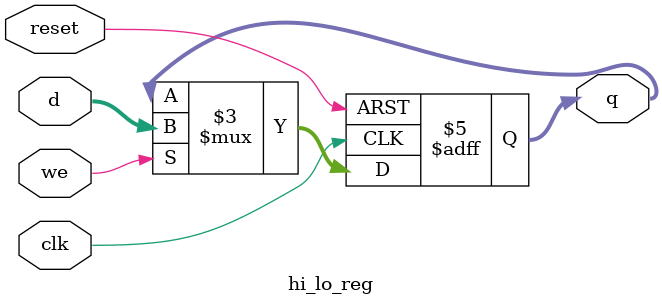
<source format=v>
`timescale 1ns / 1ps
module hi_lo_reg(
				input clk, we, reset,
				input [31:0] d,
				output reg [31:0] q );
	always @ (posedge clk, posedge reset) begin
		if (reset) begin
			q <= 0;
		end
		else if (we) begin
			q <= d;
		end
		else
			q <= q;
	end

endmodule

</source>
